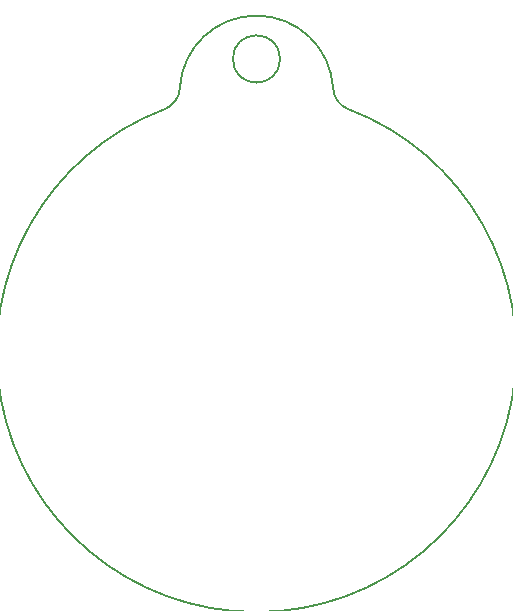
<source format=gm1>
G04 #@! TF.GenerationSoftware,KiCad,Pcbnew,5.0.2-bee76a0~70~ubuntu18.04.1*
G04 #@! TF.CreationDate,2019-08-08T16:15:43+02:00*
G04 #@! TF.ProjectId,Badge (copy),42616467-6520-4286-936f-7079292e6b69,V01*
G04 #@! TF.SameCoordinates,Original*
G04 #@! TF.FileFunction,Profile,NP*
%FSLAX46Y46*%
G04 Gerber Fmt 4.6, Leading zero omitted, Abs format (unit mm)*
G04 Created by KiCad (PCBNEW 5.0.2-bee76a0~70~ubuntu18.04.1) date Thu 08 Aug 2019 04:15:43 PM SAST*
%MOMM*%
%LPD*%
G01*
G04 APERTURE LIST*
%ADD10C,0.200000*%
G04 APERTURE END LIST*
D10*
X119667795Y-65592875D02*
G75*
G02X104106207Y-65592874I-7780795J-20578125D01*
G01*
X105396070Y-63827746D02*
G75*
G02X104106207Y-65592874I-1997210J105610D01*
G01*
X105396070Y-63827746D02*
G75*
G02X118377931Y-63827752I6490930J-343254D01*
G01*
X119667795Y-65592875D02*
G75*
G02X118377931Y-63827752I707345J1870739D01*
G01*
X113887000Y-61341000D02*
G75*
G03X113887000Y-61341000I-2000000J0D01*
G01*
M02*

</source>
